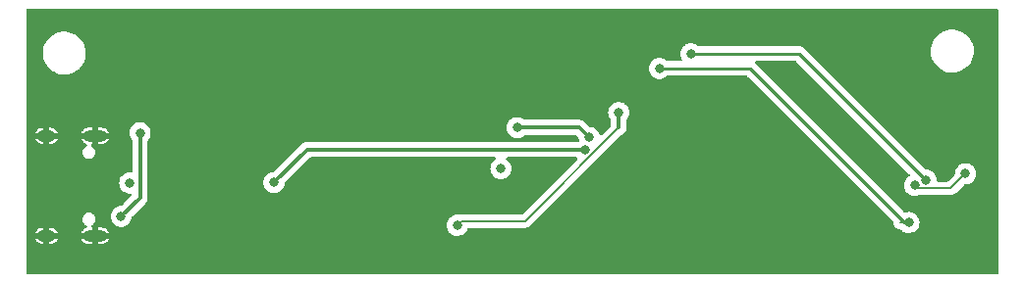
<source format=gbr>
%TF.GenerationSoftware,KiCad,Pcbnew,(7.0.0-0)*%
%TF.CreationDate,2023-12-09T12:43:24+01:00*%
%TF.ProjectId,USB 2.0 Hub,55534220-322e-4302-9048-75622e6b6963,v1.2*%
%TF.SameCoordinates,Original*%
%TF.FileFunction,Copper,L2,Bot*%
%TF.FilePolarity,Positive*%
%FSLAX46Y46*%
G04 Gerber Fmt 4.6, Leading zero omitted, Abs format (unit mm)*
G04 Created by KiCad (PCBNEW (7.0.0-0)) date 2023-12-09 12:43:24*
%MOMM*%
%LPD*%
G01*
G04 APERTURE LIST*
%TA.AperFunction,ComponentPad*%
%ADD10O,2.100000X1.000000*%
%TD*%
%TA.AperFunction,ComponentPad*%
%ADD11O,1.600000X1.000000*%
%TD*%
%TA.AperFunction,ViaPad*%
%ADD12C,0.800000*%
%TD*%
%TA.AperFunction,Conductor*%
%ADD13C,0.300000*%
%TD*%
%TA.AperFunction,Conductor*%
%ADD14C,0.150000*%
%TD*%
%TA.AperFunction,Conductor*%
%ADD15C,0.250000*%
%TD*%
G04 APERTURE END LIST*
D10*
%TO.P,J1,S1,SHIELD*%
%TO.N,GND*%
X-23074999Y8474999D03*
D11*
X-27254999Y8474999D03*
D10*
X-23074999Y-164999D03*
D11*
X-27254999Y-164999D03*
%TD*%
D12*
%TO.N,GND*%
X45630000Y4630000D03*
X20230000Y12230000D03*
X49430000Y10430000D03*
X4830000Y4230000D03*
X3630000Y-1970000D03*
X-13970000Y-2570000D03*
X30830000Y17430000D03*
X38430000Y7230000D03*
X53630000Y3030000D03*
X21830000Y1230000D03*
X19830000Y15630000D03*
X41030000Y8830000D03*
X-20370000Y-2370000D03*
X28830000Y9830000D03*
X32230000Y11430000D03*
X5630000Y13030000D03*
X23030000Y-2170000D03*
X40630000Y1230000D03*
X7830000Y8430000D03*
X36430000Y8030000D03*
X-25170000Y-2770000D03*
X19830000Y11030000D03*
X42230000Y14230000D03*
X-17970000Y5630000D03*
X23230000Y4830000D03*
X-21170000Y13230000D03*
X-22570000Y12230000D03*
X-11170000Y13230000D03*
X26630000Y4630000D03*
X21230000Y4830000D03*
X26030000Y9430000D03*
X-12770000Y4030000D03*
X27830000Y12630000D03*
X830000Y12830000D03*
X20030000Y17430000D03*
X37230000Y-770000D03*
X38630000Y11630000D03*
X-25370000Y3830000D03*
X40830000Y4630000D03*
X37030000Y3030000D03*
X-13570000Y11230000D03*
%TO.N,Net-(J1-CC2)*%
X-19189700Y8729700D03*
X-20817000Y1515000D03*
%TO.N,Net-(J2-CC2)*%
X47605000Y4194000D03*
X51982000Y5194000D03*
%TO.N,/D1+*%
X28307300Y15575000D03*
X48605000Y4626000D03*
%TO.N,/D1-*%
X25584900Y14305000D03*
X47108000Y980000D03*
%TO.N,/D+*%
X-20087300Y4404000D03*
%TO.N,/D3+*%
X22089200Y10495000D03*
X8155000Y730000D03*
%TO.N,/D4+*%
X13324500Y9188400D03*
X19544700Y8333700D03*
%TO.N,/D4-*%
X-7645000Y4446000D03*
X19211500Y7294300D03*
%TO.N,Net-(J4-CC1)*%
X11930000Y5638800D03*
%TD*%
D13*
%TO.N,Net-(J1-CC2)*%
X-19189700Y3142000D02*
X-20817000Y1515000D01*
X-19189700Y8729700D02*
X-19189700Y3142000D01*
D14*
%TO.N,Net-(J2-CC2)*%
X47605000Y4194000D02*
X47874000Y3926000D01*
X47874000Y3926000D02*
X50714000Y3926000D01*
X50714000Y3926000D02*
X51982000Y5194000D01*
D15*
%TO.N,/D1+*%
X37656000Y15575000D02*
X28307300Y15575000D01*
X48605000Y4626000D02*
X37656000Y15575000D01*
D14*
%TO.N,/D1-*%
X47108000Y980000D02*
X46732000Y980000D01*
X46732000Y980000D02*
X46359000Y980000D01*
D15*
X33407000Y14305000D02*
X25584900Y14305000D01*
X46732000Y980000D02*
X33407000Y14305000D01*
D14*
%TO.N,/D3+*%
X8539000Y1114000D02*
X14025300Y1114000D01*
D13*
X22089100Y9178100D02*
X22089200Y9178200D01*
X22089200Y9178200D02*
X22089200Y10495000D01*
D14*
X14025300Y1114000D02*
X22089100Y9178100D01*
X8155000Y730000D02*
X8539000Y1114000D01*
D13*
%TO.N,/D4+*%
X18690000Y9188400D02*
X19544700Y8333700D01*
X13324500Y9188400D02*
X18690000Y9188400D01*
%TO.N,/D4-*%
X-4797000Y7294300D02*
X-7645000Y4446000D01*
X19211500Y7294300D02*
X-4797000Y7294300D01*
%TD*%
%TA.AperFunction,Conductor*%
%TO.N,GND*%
G36*
X54741055Y19461442D02*
G01*
X54786442Y19416055D01*
X54803055Y19354055D01*
X54803055Y-3394055D01*
X54786442Y-3456055D01*
X54741055Y-3501442D01*
X54679055Y-3518055D01*
X-28894055Y-3518055D01*
X-28956055Y-3501442D01*
X-29001442Y-3456055D01*
X-29018055Y-3394055D01*
X-29018055Y-1810055D01*
X-18285945Y-1810055D01*
X-18285945Y-1812000D01*
X-18285945Y-1912104D01*
X-18285183Y-1916918D01*
X-18285182Y-1916924D01*
X-18268878Y-2019858D01*
X-18254625Y-2109848D01*
X-18253123Y-2114473D01*
X-18253121Y-2114478D01*
X-18194265Y-2295621D01*
X-18194262Y-2295628D01*
X-18192758Y-2300257D01*
X-18190551Y-2304589D01*
X-18190547Y-2304598D01*
X-18104075Y-2474308D01*
X-18104071Y-2474314D01*
X-18101865Y-2478644D01*
X-17984185Y-2640616D01*
X-17842616Y-2782185D01*
X-17680644Y-2899865D01*
X-17676311Y-2902072D01*
X-17676309Y-2902074D01*
X-17506599Y-2988546D01*
X-17506596Y-2988547D01*
X-17502257Y-2990758D01*
X-17311848Y-3052625D01*
X-17114104Y-3083945D01*
X-17028381Y-3083945D01*
X-17014000Y-3083945D01*
X-17012055Y-3083945D01*
X-17012055Y-3080055D01*
X-17014000Y-3080055D01*
X-17034360Y-3078452D01*
X-17034362Y-3078452D01*
X-17202641Y-3065208D01*
X-17221859Y-3062164D01*
X-17396362Y-3020270D01*
X-17414868Y-3014257D01*
X-17580671Y-2945578D01*
X-17598008Y-2936744D01*
X-17751022Y-2842977D01*
X-17766764Y-2831540D01*
X-17903230Y-2714987D01*
X-17916988Y-2701229D01*
X-18033541Y-2564763D01*
X-18044978Y-2549021D01*
X-18138745Y-2396007D01*
X-18147579Y-2378670D01*
X-18180059Y-2300257D01*
X-18216261Y-2212860D01*
X-18222269Y-2194368D01*
X-18264166Y-2019853D01*
X-18267209Y-2000640D01*
X-18282055Y-1812000D01*
X-18282055Y-1810055D01*
X-18285945Y-1810055D01*
X-29018055Y-1810055D01*
X-29018055Y-417498D01*
X-28211162Y-417498D01*
X-28211132Y-420813D01*
X-28210733Y-421877D01*
X-28138805Y-558926D01*
X-28130347Y-571180D01*
X-28027568Y-687192D01*
X-28016425Y-697064D01*
X-27888873Y-785107D01*
X-27875678Y-792032D01*
X-27730766Y-846990D01*
X-27716304Y-850555D01*
X-27601062Y-864548D01*
X-27593590Y-865000D01*
X-27521326Y-865000D01*
X-27508451Y-861549D01*
X-27505000Y-848674D01*
X-27005000Y-848674D01*
X-27001550Y-861549D01*
X-26988674Y-865000D01*
X-26916410Y-865000D01*
X-26908939Y-864548D01*
X-26793697Y-850555D01*
X-26779235Y-846990D01*
X-26634323Y-792032D01*
X-26621128Y-785107D01*
X-26493576Y-697064D01*
X-26482433Y-687192D01*
X-26379654Y-571180D01*
X-26371196Y-558926D01*
X-26299268Y-421877D01*
X-26298869Y-420813D01*
X-26298839Y-417498D01*
X-24281162Y-417498D01*
X-24281132Y-420813D01*
X-24280733Y-421877D01*
X-24208805Y-558926D01*
X-24200347Y-571180D01*
X-24097568Y-687192D01*
X-24086425Y-697064D01*
X-23958873Y-785107D01*
X-23945678Y-792032D01*
X-23800766Y-846990D01*
X-23786304Y-850555D01*
X-23671062Y-864548D01*
X-23663590Y-865000D01*
X-23341326Y-865000D01*
X-23328451Y-861549D01*
X-23325000Y-848674D01*
X-22825000Y-848674D01*
X-22821550Y-861549D01*
X-22808674Y-865000D01*
X-22486410Y-865000D01*
X-22478939Y-864548D01*
X-22363697Y-850555D01*
X-22349235Y-846990D01*
X-22204323Y-792032D01*
X-22191128Y-785107D01*
X-22063576Y-697064D01*
X-22052433Y-687192D01*
X-21949654Y-571180D01*
X-21941196Y-558926D01*
X-21869268Y-421877D01*
X-21868869Y-420813D01*
X-21868839Y-417498D01*
X-21879721Y-415000D01*
X-22808674Y-415000D01*
X-22821550Y-418450D01*
X-22825000Y-431326D01*
X-22825000Y-848674D01*
X-23325000Y-848674D01*
X-23325000Y-431326D01*
X-23328451Y-418450D01*
X-23341326Y-415000D01*
X-24270279Y-415000D01*
X-24281162Y-417498D01*
X-26298839Y-417498D01*
X-26309721Y-415000D01*
X-26988674Y-415000D01*
X-27001550Y-418450D01*
X-27005000Y-431326D01*
X-27005000Y-848674D01*
X-27505000Y-848674D01*
X-27505000Y-431326D01*
X-27508451Y-418450D01*
X-27521326Y-415000D01*
X-28200279Y-415000D01*
X-28211162Y-417498D01*
X-29018055Y-417498D01*
X-29018055Y87499D01*
X-28211162Y87499D01*
X-28200279Y85000D01*
X-27521326Y85000D01*
X-27508451Y88451D01*
X-27505000Y101326D01*
X-27005000Y101326D01*
X-27001550Y88451D01*
X-26988674Y85000D01*
X-26309721Y85000D01*
X-26298839Y87499D01*
X-24281162Y87499D01*
X-24270279Y85000D01*
X-23341326Y85000D01*
X-23328451Y88451D01*
X-23325000Y101326D01*
X-22825000Y101326D01*
X-22821550Y88451D01*
X-22808674Y85000D01*
X-21879721Y85000D01*
X-21868839Y87499D01*
X-21868869Y90814D01*
X-21869268Y91878D01*
X-21941196Y228927D01*
X-21949654Y241181D01*
X-22052433Y357193D01*
X-22063576Y367065D01*
X-22191128Y455108D01*
X-22204323Y462033D01*
X-22349235Y516991D01*
X-22363697Y520556D01*
X-22478939Y534549D01*
X-22486410Y535000D01*
X-22808674Y535000D01*
X-22821550Y531550D01*
X-22825000Y518674D01*
X-22825000Y101326D01*
X-23325000Y101326D01*
X-23325000Y518674D01*
X-23328789Y532814D01*
X-23341543Y545568D01*
X-23358825Y555246D01*
X-23391399Y606875D01*
X-23395391Y667790D01*
X-23369833Y723229D01*
X-23328651Y753982D01*
X-23329313Y755129D01*
X-23322277Y759192D01*
X-23314767Y762302D01*
X-23194549Y854549D01*
X-23102302Y974767D01*
X-23044313Y1114764D01*
X-23024534Y1265000D01*
X-23044313Y1415236D01*
X-23085637Y1515000D01*
X-21730504Y1515000D01*
X-21729825Y1508540D01*
X-21711222Y1331533D01*
X-21711221Y1331525D01*
X-21710542Y1325072D01*
X-21708537Y1318900D01*
X-21708535Y1318893D01*
X-21653535Y1149623D01*
X-21651527Y1143444D01*
X-21648280Y1137820D01*
X-21648279Y1137818D01*
X-21590647Y1037996D01*
X-21556040Y978056D01*
X-21428253Y836134D01*
X-21423003Y832320D01*
X-21423000Y832317D01*
X-21316760Y755129D01*
X-21273752Y723882D01*
X-21267819Y721241D01*
X-21267818Y721240D01*
X-21173588Y679286D01*
X-21099288Y646206D01*
X-21092930Y644855D01*
X-21092928Y644854D01*
X-21056126Y637032D01*
X-20912487Y606500D01*
X-20728016Y606500D01*
X-20721513Y606500D01*
X-20534712Y646206D01*
X-20360248Y723882D01*
X-20205747Y836134D01*
X-20077960Y978056D01*
X-19982473Y1143444D01*
X-19923458Y1325072D01*
X-19910182Y1451397D01*
X-19898780Y1491820D01*
X-19874540Y1526116D01*
X-18782193Y2618260D01*
X-18773563Y2626112D01*
X-18773218Y2626398D01*
X-18766620Y2630584D01*
X-18718090Y2682265D01*
X-18715419Y2685021D01*
X-18694813Y2705622D01*
X-18692025Y2709217D01*
X-18684445Y2718094D01*
X-18652728Y2751867D01*
X-18642342Y2770760D01*
X-18631655Y2787030D01*
X-18618427Y2804079D01*
X-18600019Y2846608D01*
X-18594890Y2857075D01*
X-18576338Y2890820D01*
X-18576338Y2890821D01*
X-18572576Y2897663D01*
X-18567212Y2918559D01*
X-18560912Y2936959D01*
X-18552337Y2956765D01*
X-18545085Y3002534D01*
X-18542724Y3013933D01*
X-18531200Y3058812D01*
X-18531200Y3080373D01*
X-18529672Y3099782D01*
X-18526295Y3121091D01*
X-18530651Y3167216D01*
X-18531200Y3178875D01*
X-18531200Y4446000D01*
X-8558504Y4446000D01*
X-8557825Y4439540D01*
X-8539222Y4262533D01*
X-8539221Y4262525D01*
X-8538542Y4256072D01*
X-8536537Y4249900D01*
X-8536535Y4249893D01*
X-8481535Y4080623D01*
X-8479527Y4074444D01*
X-8384040Y3909056D01*
X-8256253Y3767134D01*
X-8251003Y3763320D01*
X-8251000Y3763317D01*
X-8193192Y3721317D01*
X-8101752Y3654882D01*
X-8095819Y3652241D01*
X-8095818Y3652240D01*
X-8015994Y3616700D01*
X-7927288Y3577206D01*
X-7920930Y3575855D01*
X-7920928Y3575854D01*
X-7884126Y3568032D01*
X-7740487Y3537500D01*
X-7556016Y3537500D01*
X-7549513Y3537500D01*
X-7362712Y3577206D01*
X-7188248Y3654882D01*
X-7033747Y3767134D01*
X-6905960Y3909056D01*
X-6810473Y4074444D01*
X-6751458Y4256072D01*
X-6738166Y4382548D01*
X-6726767Y4422964D01*
X-6702533Y4457259D01*
X-4690503Y6469500D01*
X-4560540Y6599477D01*
X-4520310Y6626360D01*
X-4472854Y6635800D01*
X11374987Y6635800D01*
X11434724Y6620462D01*
X11479684Y6578243D01*
X11498742Y6519586D01*
X11487186Y6459004D01*
X11447873Y6411482D01*
X11324000Y6321484D01*
X11323991Y6321477D01*
X11318747Y6317666D01*
X11314403Y6312843D01*
X11314400Y6312839D01*
X11195307Y6180572D01*
X11190960Y6175744D01*
X11187714Y6170124D01*
X11187711Y6170118D01*
X11098721Y6015983D01*
X11098718Y6015978D01*
X11095473Y6010356D01*
X11093467Y6004184D01*
X11093465Y6004178D01*
X11038465Y5834908D01*
X11038463Y5834899D01*
X11036458Y5828728D01*
X11035780Y5822278D01*
X11035778Y5822268D01*
X11025589Y5725318D01*
X11016496Y5638800D01*
X11017175Y5632340D01*
X11035778Y5455333D01*
X11035779Y5455325D01*
X11036458Y5448872D01*
X11038463Y5442700D01*
X11038465Y5442693D01*
X11084817Y5300039D01*
X11095473Y5267244D01*
X11098720Y5261620D01*
X11098721Y5261618D01*
X11137760Y5194000D01*
X11190960Y5101856D01*
X11318747Y4959934D01*
X11323997Y4956120D01*
X11324000Y4956117D01*
X11433330Y4876684D01*
X11473248Y4847682D01*
X11479181Y4845041D01*
X11479182Y4845040D01*
X11554788Y4811378D01*
X11647712Y4770006D01*
X11654070Y4768655D01*
X11654072Y4768654D01*
X11690874Y4760832D01*
X11834513Y4730300D01*
X12018984Y4730300D01*
X12025487Y4730300D01*
X12212288Y4770006D01*
X12386752Y4847682D01*
X12541253Y4959934D01*
X12669040Y5101856D01*
X12764527Y5267244D01*
X12823542Y5448872D01*
X12843504Y5638800D01*
X12823542Y5828728D01*
X12764527Y6010356D01*
X12669040Y6175744D01*
X12541253Y6317666D01*
X12536003Y6321481D01*
X12535999Y6321484D01*
X12412127Y6411482D01*
X12372814Y6459004D01*
X12361258Y6519586D01*
X12380316Y6578243D01*
X12425276Y6620462D01*
X12485013Y6635800D01*
X18422360Y6635800D01*
X18478654Y6622285D01*
X18522678Y6584686D01*
X18544833Y6531199D01*
X18540292Y6473484D01*
X18510043Y6424122D01*
X13848850Y1762752D01*
X13819919Y1733820D01*
X13779690Y1706939D01*
X13732236Y1697500D01*
X8585371Y1697500D01*
X8569185Y1698561D01*
X8547059Y1701474D01*
X8539000Y1702535D01*
X8530941Y1701474D01*
X8411894Y1685801D01*
X8394737Y1683543D01*
X8394731Y1683542D01*
X8386676Y1682481D01*
X8369704Y1675451D01*
X8302200Y1647491D01*
X8250487Y1639987D01*
X8250487Y1638500D01*
X8059513Y1638500D01*
X8053154Y1637149D01*
X8053150Y1637148D01*
X7879072Y1600147D01*
X7879061Y1600144D01*
X7872712Y1598794D01*
X7866782Y1596155D01*
X7866773Y1596151D01*
X7704182Y1523761D01*
X7704174Y1523757D01*
X7698248Y1521118D01*
X7692999Y1517305D01*
X7692993Y1517301D01*
X7549000Y1412684D01*
X7548991Y1412677D01*
X7543747Y1408866D01*
X7539403Y1404043D01*
X7539400Y1404039D01*
X7462735Y1318893D01*
X7415960Y1266944D01*
X7412714Y1261324D01*
X7412711Y1261318D01*
X7323721Y1107183D01*
X7323718Y1107178D01*
X7320473Y1101556D01*
X7318467Y1095384D01*
X7318465Y1095378D01*
X7263465Y926108D01*
X7263463Y926099D01*
X7261458Y919928D01*
X7260780Y913478D01*
X7260778Y913468D01*
X7247160Y783893D01*
X7241496Y730000D01*
X7242175Y723540D01*
X7260778Y546533D01*
X7260779Y546525D01*
X7261458Y540072D01*
X7263463Y533900D01*
X7263465Y533893D01*
X7311591Y385780D01*
X7320473Y358444D01*
X7323720Y352820D01*
X7323721Y352818D01*
X7350773Y305962D01*
X7415960Y193056D01*
X7543747Y51134D01*
X7548997Y47320D01*
X7549000Y47317D01*
X7691863Y-56479D01*
X7698248Y-61118D01*
X7872712Y-138794D01*
X7879070Y-140145D01*
X7879072Y-140146D01*
X7915874Y-147968D01*
X8059513Y-178500D01*
X8243984Y-178500D01*
X8250487Y-178500D01*
X8437288Y-138794D01*
X8611752Y-61118D01*
X8766253Y51134D01*
X8894040Y193056D01*
X8989527Y358444D01*
X9017592Y444820D01*
X9043373Y489472D01*
X9085088Y519780D01*
X9135523Y530500D01*
X13978939Y530500D01*
X13995122Y529440D01*
X14025311Y525465D01*
X14089316Y533893D01*
X14100236Y535331D01*
X14119241Y537833D01*
X14177624Y545519D01*
X14177629Y545522D01*
X14177635Y545522D01*
X14269140Y583427D01*
X14319567Y604314D01*
X14319569Y604316D01*
X14319577Y604319D01*
X14381823Y652086D01*
X14441457Y697843D01*
X14460002Y722013D01*
X14470683Y734193D01*
X22263175Y8526975D01*
X22316264Y8558370D01*
X22352700Y8568955D01*
X22359419Y8572930D01*
X22360377Y8573344D01*
X22360852Y8573524D01*
X22362241Y8574150D01*
X22362847Y8574413D01*
X22364380Y8575225D01*
X22371804Y8577636D01*
X22430750Y8615046D01*
X22433984Y8617028D01*
X22495907Y8653647D01*
X22501431Y8659172D01*
X22501965Y8659586D01*
X22502687Y8660093D01*
X22504523Y8661565D01*
X22505403Y8662365D01*
X22505690Y8662603D01*
X22512280Y8666784D01*
X22560863Y8718523D01*
X22563481Y8721224D01*
X22584126Y8741867D01*
X22586660Y8745135D01*
X22586890Y8745430D01*
X22594485Y8754326D01*
X22626172Y8788067D01*
X22636580Y8807001D01*
X22647262Y8823261D01*
X22660504Y8840331D01*
X22678892Y8882826D01*
X22684019Y8893292D01*
X22706324Y8933863D01*
X22711696Y8954788D01*
X22718000Y8973199D01*
X22726579Y8993023D01*
X22733820Y9038748D01*
X22736190Y9050187D01*
X22747700Y9095012D01*
X22747700Y9116619D01*
X22749227Y9136017D01*
X22751385Y9149642D01*
X22751384Y9149642D01*
X22752606Y9157351D01*
X22748250Y9203431D01*
X22747700Y9215101D01*
X22747700Y9821008D01*
X22755936Y9865445D01*
X22779550Y9903980D01*
X22782002Y9906704D01*
X22828240Y9958056D01*
X22923727Y10123444D01*
X22982742Y10305072D01*
X23002704Y10495000D01*
X22982742Y10684928D01*
X22923727Y10866556D01*
X22828240Y11031944D01*
X22700453Y11173866D01*
X22695203Y11177681D01*
X22695199Y11177684D01*
X22551206Y11282301D01*
X22551204Y11282303D01*
X22545952Y11286118D01*
X22540021Y11288759D01*
X22540017Y11288761D01*
X22377426Y11361151D01*
X22377419Y11361154D01*
X22371488Y11363794D01*
X22365135Y11365145D01*
X22365127Y11365147D01*
X22191049Y11402148D01*
X22191046Y11402149D01*
X22184687Y11403500D01*
X21993713Y11403500D01*
X21987354Y11402149D01*
X21987350Y11402148D01*
X21813272Y11365147D01*
X21813261Y11365144D01*
X21806912Y11363794D01*
X21800982Y11361155D01*
X21800973Y11361151D01*
X21638382Y11288761D01*
X21638374Y11288757D01*
X21632448Y11286118D01*
X21627199Y11282305D01*
X21627193Y11282301D01*
X21483200Y11177684D01*
X21483191Y11177677D01*
X21477947Y11173866D01*
X21473603Y11169043D01*
X21473600Y11169039D01*
X21354507Y11036772D01*
X21350160Y11031944D01*
X21346914Y11026324D01*
X21346911Y11026318D01*
X21257921Y10872183D01*
X21257918Y10872178D01*
X21254673Y10866556D01*
X21252667Y10860384D01*
X21252665Y10860378D01*
X21197665Y10691108D01*
X21197663Y10691099D01*
X21195658Y10684928D01*
X21194980Y10678478D01*
X21194978Y10678468D01*
X21176978Y10507205D01*
X21175696Y10495000D01*
X21176375Y10488540D01*
X21194978Y10311533D01*
X21194979Y10311525D01*
X21195658Y10305072D01*
X21197663Y10298900D01*
X21197665Y10298893D01*
X21252665Y10129623D01*
X21254673Y10123444D01*
X21257920Y10117820D01*
X21257921Y10117818D01*
X21339972Y9975701D01*
X21350160Y9958056D01*
X21393565Y9909849D01*
X21398850Y9903980D01*
X21422464Y9865445D01*
X21430700Y9821008D01*
X21430700Y9396247D01*
X21421261Y9348795D01*
X21394383Y9308567D01*
X20623318Y8537475D01*
X20569295Y8505811D01*
X20506689Y8504581D01*
X20451464Y8534098D01*
X20417704Y8586837D01*
X20408207Y8616065D01*
X20379227Y8705256D01*
X20283740Y8870644D01*
X20155953Y9012566D01*
X20150703Y9016381D01*
X20150699Y9016384D01*
X20006706Y9121001D01*
X20006704Y9121003D01*
X20001452Y9124818D01*
X19995521Y9127459D01*
X19995517Y9127461D01*
X19832926Y9199851D01*
X19832919Y9199854D01*
X19826988Y9202494D01*
X19820635Y9203845D01*
X19820627Y9203847D01*
X19646549Y9240848D01*
X19646546Y9240849D01*
X19640187Y9242200D01*
X19633684Y9242200D01*
X19618822Y9242200D01*
X19571369Y9251639D01*
X19531141Y9278519D01*
X19213705Y9595955D01*
X19205842Y9604596D01*
X19205595Y9604895D01*
X19201416Y9611480D01*
X19149725Y9660021D01*
X19146928Y9662732D01*
X19129085Y9680575D01*
X19126333Y9683327D01*
X19122740Y9686114D01*
X19113878Y9693684D01*
X19080133Y9725372D01*
X19061194Y9735785D01*
X19044940Y9746462D01*
X19034033Y9754922D01*
X19027868Y9759704D01*
X18985377Y9778092D01*
X18974894Y9783228D01*
X18941174Y9801766D01*
X18941169Y9801768D01*
X18934337Y9805524D01*
X18926780Y9807465D01*
X18926776Y9807466D01*
X18913410Y9810898D01*
X18895006Y9817199D01*
X18882341Y9822680D01*
X18882336Y9822682D01*
X18875176Y9825780D01*
X18857480Y9828583D01*
X18829453Y9833022D01*
X18818018Y9835390D01*
X18798065Y9840513D01*
X18773188Y9846900D01*
X18765386Y9846900D01*
X18751580Y9846900D01*
X18732183Y9848427D01*
X18718557Y9850585D01*
X18710848Y9851806D01*
X18703081Y9851072D01*
X18703079Y9851072D01*
X18664765Y9847450D01*
X18653096Y9846900D01*
X14004075Y9846900D01*
X13965757Y9852969D01*
X13931189Y9870582D01*
X13786506Y9975701D01*
X13786504Y9975703D01*
X13781252Y9979518D01*
X13775321Y9982159D01*
X13775317Y9982161D01*
X13612726Y10054551D01*
X13612719Y10054554D01*
X13606788Y10057194D01*
X13600435Y10058545D01*
X13600427Y10058547D01*
X13426349Y10095548D01*
X13426346Y10095549D01*
X13419987Y10096900D01*
X13229013Y10096900D01*
X13222654Y10095549D01*
X13222650Y10095548D01*
X13048572Y10058547D01*
X13048561Y10058544D01*
X13042212Y10057194D01*
X13036282Y10054555D01*
X13036273Y10054551D01*
X12873682Y9982161D01*
X12873674Y9982157D01*
X12867748Y9979518D01*
X12862499Y9975705D01*
X12862493Y9975701D01*
X12718500Y9871084D01*
X12718491Y9871077D01*
X12713247Y9867266D01*
X12708903Y9862443D01*
X12708900Y9862439D01*
X12589807Y9730172D01*
X12585460Y9725344D01*
X12582214Y9719724D01*
X12582211Y9719718D01*
X12493221Y9565583D01*
X12493218Y9565578D01*
X12489973Y9559956D01*
X12487967Y9553784D01*
X12487965Y9553778D01*
X12432965Y9384508D01*
X12432963Y9384499D01*
X12430958Y9378328D01*
X12430280Y9371878D01*
X12430278Y9371868D01*
X12416508Y9240848D01*
X12410996Y9188400D01*
X12411675Y9181940D01*
X12430278Y9004933D01*
X12430279Y9004925D01*
X12430958Y8998472D01*
X12432963Y8992300D01*
X12432965Y8992293D01*
X12484343Y8834170D01*
X12489973Y8816844D01*
X12493220Y8811220D01*
X12493221Y8811218D01*
X12579623Y8661565D01*
X12585460Y8651456D01*
X12713247Y8509534D01*
X12718497Y8505720D01*
X12718500Y8505717D01*
X12861363Y8401921D01*
X12867748Y8397282D01*
X12873681Y8394641D01*
X12873682Y8394640D01*
X12985373Y8344912D01*
X13042212Y8319606D01*
X13048570Y8318255D01*
X13048572Y8318254D01*
X13084516Y8310614D01*
X13229013Y8279900D01*
X13413484Y8279900D01*
X13419987Y8279900D01*
X13606788Y8319606D01*
X13781252Y8397282D01*
X13931188Y8506218D01*
X13965757Y8523831D01*
X14004075Y8529900D01*
X18365878Y8529900D01*
X18413331Y8520461D01*
X18453556Y8493584D01*
X18602232Y8344909D01*
X18626469Y8310614D01*
X18637870Y8270192D01*
X18650478Y8150234D01*
X18650479Y8150227D01*
X18651158Y8143772D01*
X18653164Y8137598D01*
X18653165Y8137594D01*
X18658442Y8121354D01*
X18663831Y8070077D01*
X18647899Y8021041D01*
X18613400Y7982723D01*
X18604815Y7976485D01*
X18570246Y7958870D01*
X18531925Y7952800D01*
X-4714873Y7952800D01*
X-4726538Y7953350D01*
X-4726960Y7953390D01*
X-4734572Y7955091D01*
X-4742365Y7954846D01*
X-4742367Y7954846D01*
X-4805423Y7952861D01*
X-4809324Y7952800D01*
X-4838432Y7952800D01*
X-4842278Y7952315D01*
X-4842300Y7952313D01*
X-4842959Y7952229D01*
X-4854573Y7951315D01*
X-4893072Y7950103D01*
X-4893077Y7950103D01*
X-4900866Y7949857D01*
X-4908352Y7947683D01*
X-4908358Y7947681D01*
X-4921596Y7943834D01*
X-4940647Y7939888D01*
X-4954325Y7938160D01*
X-4954327Y7938160D01*
X-4962064Y7937182D01*
X-4969315Y7934312D01*
X-4969320Y7934310D01*
X-5005133Y7920131D01*
X-5016176Y7916350D01*
X-5053143Y7905608D01*
X-5053147Y7905607D01*
X-5060633Y7903431D01*
X-5067341Y7899464D01*
X-5067354Y7899458D01*
X-5079217Y7892441D01*
X-5096687Y7883882D01*
X-5109501Y7878809D01*
X-5109510Y7878805D01*
X-5116756Y7875935D01*
X-5154233Y7848707D01*
X-5163980Y7842304D01*
X-5197124Y7822701D01*
X-5197128Y7822699D01*
X-5203835Y7818731D01*
X-5209347Y7813220D01*
X-5209352Y7813215D01*
X-5219098Y7803468D01*
X-5233888Y7790835D01*
X-5245046Y7782728D01*
X-5245053Y7782722D01*
X-5251357Y7778141D01*
X-5256325Y7772137D01*
X-5256326Y7772135D01*
X-5280869Y7742467D01*
X-5288726Y7733832D01*
X-7631488Y5390823D01*
X-7671718Y5363940D01*
X-7719174Y5354500D01*
X-7740487Y5354500D01*
X-7746846Y5353149D01*
X-7746850Y5353148D01*
X-7920928Y5316147D01*
X-7920939Y5316144D01*
X-7927288Y5314794D01*
X-7933218Y5312155D01*
X-7933227Y5312151D01*
X-8095818Y5239761D01*
X-8095826Y5239757D01*
X-8101752Y5237118D01*
X-8107001Y5233305D01*
X-8107007Y5233301D01*
X-8251000Y5128684D01*
X-8251009Y5128677D01*
X-8256253Y5124866D01*
X-8260597Y5120043D01*
X-8260600Y5120039D01*
X-8376446Y4991378D01*
X-8384040Y4982944D01*
X-8387286Y4977324D01*
X-8387289Y4977318D01*
X-8476279Y4823183D01*
X-8476282Y4823178D01*
X-8479527Y4817556D01*
X-8481533Y4811384D01*
X-8481535Y4811378D01*
X-8536535Y4642108D01*
X-8536537Y4642099D01*
X-8538542Y4635928D01*
X-8539220Y4629478D01*
X-8539222Y4629468D01*
X-8550838Y4518939D01*
X-8558504Y4446000D01*
X-18531200Y4446000D01*
X-18531200Y8055708D01*
X-18522964Y8100145D01*
X-18499350Y8138680D01*
X-18488947Y8150234D01*
X-18450660Y8192756D01*
X-18355173Y8358144D01*
X-18296158Y8539772D01*
X-18276196Y8729700D01*
X-18296158Y8919628D01*
X-18355173Y9101256D01*
X-18450660Y9266644D01*
X-18578447Y9408566D01*
X-18583697Y9412381D01*
X-18583701Y9412384D01*
X-18727694Y9517001D01*
X-18727696Y9517003D01*
X-18732948Y9520818D01*
X-18738879Y9523459D01*
X-18738883Y9523461D01*
X-18901474Y9595851D01*
X-18901481Y9595854D01*
X-18907412Y9598494D01*
X-18913765Y9599845D01*
X-18913773Y9599847D01*
X-19087851Y9636848D01*
X-19087854Y9636849D01*
X-19094213Y9638200D01*
X-19285187Y9638200D01*
X-19291546Y9636849D01*
X-19291550Y9636848D01*
X-19465628Y9599847D01*
X-19465639Y9599844D01*
X-19471988Y9598494D01*
X-19477918Y9595855D01*
X-19477927Y9595851D01*
X-19640518Y9523461D01*
X-19640526Y9523457D01*
X-19646452Y9520818D01*
X-19651701Y9517005D01*
X-19651707Y9517001D01*
X-19795700Y9412384D01*
X-19795709Y9412377D01*
X-19800953Y9408566D01*
X-19805297Y9403743D01*
X-19805300Y9403739D01*
X-19918048Y9278519D01*
X-19928740Y9266644D01*
X-19931986Y9261024D01*
X-19931989Y9261018D01*
X-20020979Y9106883D01*
X-20020982Y9106878D01*
X-20024227Y9101256D01*
X-20026233Y9095084D01*
X-20026235Y9095078D01*
X-20081235Y8925808D01*
X-20081237Y8925799D01*
X-20083242Y8919628D01*
X-20083920Y8913178D01*
X-20083922Y8913168D01*
X-20097667Y8782380D01*
X-20103204Y8729700D01*
X-20102525Y8723240D01*
X-20083922Y8546233D01*
X-20083921Y8546225D01*
X-20083242Y8539772D01*
X-20081237Y8533600D01*
X-20081235Y8533593D01*
X-20026235Y8364323D01*
X-20024227Y8358144D01*
X-20020980Y8352520D01*
X-20020979Y8352518D01*
X-19937931Y8208674D01*
X-19928740Y8192756D01*
X-19890453Y8150234D01*
X-19880050Y8138680D01*
X-19856436Y8100145D01*
X-19848200Y8055708D01*
X-19848200Y5434438D01*
X-19867043Y5368727D01*
X-19917844Y5322986D01*
X-19985165Y5311118D01*
X-19985455Y5311149D01*
X-19991813Y5312500D01*
X-20182787Y5312500D01*
X-20189146Y5311149D01*
X-20189150Y5311148D01*
X-20363228Y5274147D01*
X-20363239Y5274144D01*
X-20369588Y5272794D01*
X-20375518Y5270155D01*
X-20375527Y5270151D01*
X-20538118Y5197761D01*
X-20538126Y5197757D01*
X-20544052Y5195118D01*
X-20549301Y5191305D01*
X-20549307Y5191301D01*
X-20693300Y5086684D01*
X-20693309Y5086677D01*
X-20698553Y5082866D01*
X-20702897Y5078043D01*
X-20702900Y5078039D01*
X-20812678Y4956117D01*
X-20826340Y4940944D01*
X-20829586Y4935324D01*
X-20829589Y4935318D01*
X-20918579Y4781183D01*
X-20918582Y4781178D01*
X-20921827Y4775556D01*
X-20923833Y4769384D01*
X-20923835Y4769378D01*
X-20978835Y4600108D01*
X-20978837Y4600099D01*
X-20980842Y4593928D01*
X-20981520Y4587478D01*
X-20981522Y4587468D01*
X-20998811Y4422964D01*
X-21000804Y4404000D01*
X-21000125Y4397540D01*
X-20981522Y4220533D01*
X-20981521Y4220525D01*
X-20980842Y4214072D01*
X-20978837Y4207900D01*
X-20978835Y4207893D01*
X-20935474Y4074444D01*
X-20921827Y4032444D01*
X-20918580Y4026820D01*
X-20918579Y4026818D01*
X-20905447Y4004072D01*
X-20826340Y3867056D01*
X-20698553Y3725134D01*
X-20693303Y3721320D01*
X-20693300Y3721317D01*
X-20598208Y3652229D01*
X-20544052Y3612882D01*
X-20538119Y3610241D01*
X-20538118Y3610240D01*
X-20377780Y3538853D01*
X-20369588Y3535206D01*
X-20363230Y3533855D01*
X-20363228Y3533854D01*
X-20326426Y3526032D01*
X-20182787Y3495500D01*
X-20176284Y3495500D01*
X-20066881Y3495500D01*
X-20010584Y3481984D01*
X-19966560Y3444382D01*
X-19944407Y3390891D01*
X-19948953Y3333173D01*
X-19979208Y3283812D01*
X-20637028Y2626112D01*
X-20803360Y2459811D01*
X-20843586Y2432937D01*
X-20891033Y2423500D01*
X-20912487Y2423500D01*
X-20918846Y2422149D01*
X-20918850Y2422148D01*
X-21092928Y2385147D01*
X-21092939Y2385144D01*
X-21099288Y2383794D01*
X-21105218Y2381155D01*
X-21105227Y2381151D01*
X-21267818Y2308761D01*
X-21267826Y2308757D01*
X-21273752Y2306118D01*
X-21279001Y2302305D01*
X-21279007Y2302301D01*
X-21423000Y2197684D01*
X-21423009Y2197677D01*
X-21428253Y2193866D01*
X-21432597Y2189043D01*
X-21432600Y2189039D01*
X-21551693Y2056772D01*
X-21556040Y2051944D01*
X-21559286Y2046324D01*
X-21559289Y2046318D01*
X-21648279Y1892183D01*
X-21648282Y1892178D01*
X-21651527Y1886556D01*
X-21653533Y1880384D01*
X-21653535Y1880378D01*
X-21708535Y1711108D01*
X-21708537Y1711099D01*
X-21710542Y1704928D01*
X-21711220Y1698478D01*
X-21711222Y1698468D01*
X-21727065Y1547724D01*
X-21730504Y1515000D01*
X-23085637Y1515000D01*
X-23102302Y1555233D01*
X-23107247Y1561678D01*
X-23107249Y1561681D01*
X-23181823Y1658866D01*
X-23194549Y1675451D01*
X-23200992Y1680395D01*
X-23308320Y1762752D01*
X-23308326Y1762755D01*
X-23314767Y1767698D01*
X-23322276Y1770809D01*
X-23322277Y1770809D01*
X-23447255Y1822577D01*
X-23447258Y1822578D01*
X-23454764Y1825687D01*
X-23462818Y1826748D01*
X-23462824Y1826749D01*
X-23563261Y1839971D01*
X-23563263Y1839972D01*
X-23567280Y1840500D01*
X-23642720Y1840500D01*
X-23646737Y1839972D01*
X-23646740Y1839971D01*
X-23747177Y1826749D01*
X-23747185Y1826748D01*
X-23755236Y1825687D01*
X-23762741Y1822579D01*
X-23762746Y1822577D01*
X-23887724Y1770809D01*
X-23887728Y1770807D01*
X-23895233Y1767698D01*
X-23901672Y1762758D01*
X-23901681Y1762752D01*
X-24009009Y1680395D01*
X-24009013Y1680392D01*
X-24015451Y1675451D01*
X-24020392Y1669013D01*
X-24020395Y1669009D01*
X-24102752Y1561681D01*
X-24102758Y1561672D01*
X-24107698Y1555233D01*
X-24110807Y1547728D01*
X-24110809Y1547724D01*
X-24162577Y1422746D01*
X-24162579Y1422741D01*
X-24165687Y1415236D01*
X-24166748Y1407185D01*
X-24166749Y1407177D01*
X-24178371Y1318893D01*
X-24185466Y1265000D01*
X-24184405Y1256941D01*
X-24166749Y1122824D01*
X-24166748Y1122818D01*
X-24165687Y1114764D01*
X-24162578Y1107258D01*
X-24162577Y1107255D01*
X-24111391Y983683D01*
X-24107698Y974767D01*
X-24102755Y968326D01*
X-24102752Y968320D01*
X-24020395Y860992D01*
X-24015451Y854549D01*
X-24009009Y849606D01*
X-23901681Y767249D01*
X-23901678Y767247D01*
X-23895233Y762302D01*
X-23887721Y759191D01*
X-23887722Y759191D01*
X-23829755Y735180D01*
X-23782432Y700580D01*
X-23756292Y648108D01*
X-23757177Y589492D01*
X-23784890Y537833D01*
X-23833235Y504677D01*
X-23945680Y462032D01*
X-23958873Y455108D01*
X-24086425Y367065D01*
X-24097568Y357193D01*
X-24200347Y241181D01*
X-24208805Y228927D01*
X-24280733Y91878D01*
X-24281132Y90814D01*
X-24281162Y87499D01*
X-26298839Y87499D01*
X-26298869Y90814D01*
X-26299268Y91878D01*
X-26371196Y228927D01*
X-26379654Y241181D01*
X-26482433Y357193D01*
X-26493576Y367065D01*
X-26621128Y455108D01*
X-26634323Y462033D01*
X-26779235Y516991D01*
X-26793697Y520556D01*
X-26908939Y534549D01*
X-26916410Y535000D01*
X-26988674Y535000D01*
X-27001550Y531550D01*
X-27005000Y518674D01*
X-27005000Y101326D01*
X-27505000Y101326D01*
X-27505000Y518674D01*
X-27508451Y531550D01*
X-27521326Y535000D01*
X-27593590Y535000D01*
X-27601062Y534549D01*
X-27716304Y520556D01*
X-27730766Y516991D01*
X-27875678Y462033D01*
X-27888873Y455108D01*
X-28016425Y367065D01*
X-28027568Y357193D01*
X-28130347Y241181D01*
X-28138805Y228927D01*
X-28210733Y91878D01*
X-28211132Y90814D01*
X-28211162Y87499D01*
X-29018055Y87499D01*
X-29018055Y8222502D01*
X-28211162Y8222502D01*
X-28211132Y8219187D01*
X-28210733Y8218123D01*
X-28138805Y8081074D01*
X-28130347Y8068820D01*
X-28027568Y7952808D01*
X-28016425Y7942936D01*
X-27888873Y7854893D01*
X-27875678Y7847968D01*
X-27730766Y7793010D01*
X-27716304Y7789445D01*
X-27601062Y7775452D01*
X-27593590Y7775000D01*
X-27521326Y7775000D01*
X-27508451Y7778451D01*
X-27505000Y7791326D01*
X-27005000Y7791326D01*
X-27001550Y7778451D01*
X-26988674Y7775000D01*
X-26916410Y7775000D01*
X-26908939Y7775452D01*
X-26793697Y7789445D01*
X-26779235Y7793010D01*
X-26634323Y7847968D01*
X-26621128Y7854893D01*
X-26493576Y7942936D01*
X-26482433Y7952808D01*
X-26379654Y8068820D01*
X-26371196Y8081074D01*
X-26299268Y8218123D01*
X-26298869Y8219187D01*
X-26298839Y8222502D01*
X-24281162Y8222502D01*
X-24281132Y8219187D01*
X-24280733Y8218123D01*
X-24208805Y8081074D01*
X-24200347Y8068820D01*
X-24097568Y7952808D01*
X-24086425Y7942936D01*
X-23958873Y7854893D01*
X-23945678Y7847968D01*
X-23833236Y7805324D01*
X-23784890Y7772169D01*
X-23757178Y7720510D01*
X-23756292Y7661894D01*
X-23782431Y7609422D01*
X-23829753Y7574821D01*
X-23887726Y7550808D01*
X-23887729Y7550807D01*
X-23895233Y7547698D01*
X-23901672Y7542758D01*
X-23901681Y7542752D01*
X-24009009Y7460395D01*
X-24009013Y7460392D01*
X-24015451Y7455451D01*
X-24020392Y7449013D01*
X-24020395Y7449009D01*
X-24102752Y7341681D01*
X-24102758Y7341672D01*
X-24107698Y7335233D01*
X-24110807Y7327728D01*
X-24110809Y7327724D01*
X-24162577Y7202746D01*
X-24162579Y7202741D01*
X-24165687Y7195236D01*
X-24166748Y7187185D01*
X-24166749Y7187177D01*
X-24184240Y7054317D01*
X-24185466Y7045000D01*
X-24184405Y7036941D01*
X-24166749Y6902824D01*
X-24166748Y6902818D01*
X-24165687Y6894764D01*
X-24107698Y6754767D01*
X-24102755Y6748326D01*
X-24102752Y6748320D01*
X-24020395Y6640992D01*
X-24015451Y6634549D01*
X-23991488Y6616162D01*
X-23901681Y6547249D01*
X-23901678Y6547247D01*
X-23895233Y6542302D01*
X-23755236Y6484313D01*
X-23642720Y6469500D01*
X-23571333Y6469500D01*
X-23567280Y6469500D01*
X-23454764Y6484313D01*
X-23314767Y6542302D01*
X-23194549Y6634549D01*
X-23102302Y6754767D01*
X-23044313Y6894764D01*
X-23024534Y7045000D01*
X-23044313Y7195236D01*
X-23102302Y7335233D01*
X-23107247Y7341678D01*
X-23107249Y7341681D01*
X-23189606Y7449009D01*
X-23194549Y7455451D01*
X-23200992Y7460395D01*
X-23308320Y7542752D01*
X-23308326Y7542755D01*
X-23314767Y7547698D01*
X-23322275Y7550808D01*
X-23329313Y7554871D01*
X-23328652Y7556017D01*
X-23369843Y7586785D01*
X-23395394Y7642225D01*
X-23391395Y7703139D01*
X-23358816Y7754763D01*
X-23341538Y7764438D01*
X-23328789Y7777187D01*
X-23325000Y7791326D01*
X-22825000Y7791326D01*
X-22821550Y7778451D01*
X-22808674Y7775000D01*
X-22486410Y7775000D01*
X-22478939Y7775452D01*
X-22363697Y7789445D01*
X-22349235Y7793010D01*
X-22204323Y7847968D01*
X-22191128Y7854893D01*
X-22063576Y7942936D01*
X-22052433Y7952808D01*
X-21949654Y8068820D01*
X-21941196Y8081074D01*
X-21869268Y8218123D01*
X-21868869Y8219187D01*
X-21868839Y8222502D01*
X-21879721Y8225000D01*
X-22808674Y8225000D01*
X-22821550Y8221550D01*
X-22825000Y8208674D01*
X-22825000Y7791326D01*
X-23325000Y7791326D01*
X-23325000Y8208674D01*
X-23328451Y8221550D01*
X-23341326Y8225000D01*
X-24270279Y8225000D01*
X-24281162Y8222502D01*
X-26298839Y8222502D01*
X-26309721Y8225000D01*
X-26988674Y8225000D01*
X-27001550Y8221550D01*
X-27005000Y8208674D01*
X-27005000Y7791326D01*
X-27505000Y7791326D01*
X-27505000Y8208674D01*
X-27508451Y8221550D01*
X-27521326Y8225000D01*
X-28200279Y8225000D01*
X-28211162Y8222502D01*
X-29018055Y8222502D01*
X-29018055Y8727499D01*
X-28211162Y8727499D01*
X-28200279Y8725000D01*
X-27521326Y8725000D01*
X-27508451Y8728451D01*
X-27505000Y8741326D01*
X-27005000Y8741326D01*
X-27001550Y8728451D01*
X-26988674Y8725000D01*
X-26309721Y8725000D01*
X-26298839Y8727499D01*
X-24281162Y8727499D01*
X-24270279Y8725000D01*
X-23341326Y8725000D01*
X-23328451Y8728451D01*
X-23325000Y8741326D01*
X-22825000Y8741326D01*
X-22821550Y8728451D01*
X-22808674Y8725000D01*
X-21879721Y8725000D01*
X-21868839Y8727499D01*
X-21868869Y8730814D01*
X-21869268Y8731878D01*
X-21941196Y8868927D01*
X-21949654Y8881181D01*
X-22052433Y8997193D01*
X-22063576Y9007065D01*
X-22191128Y9095108D01*
X-22204323Y9102033D01*
X-22349235Y9156991D01*
X-22363697Y9160556D01*
X-22478939Y9174549D01*
X-22486410Y9175000D01*
X-22808674Y9175000D01*
X-22821550Y9171550D01*
X-22825000Y9158674D01*
X-22825000Y8741326D01*
X-23325000Y8741326D01*
X-23325000Y9158674D01*
X-23328451Y9171550D01*
X-23341326Y9175000D01*
X-23663590Y9175000D01*
X-23671062Y9174549D01*
X-23786304Y9160556D01*
X-23800766Y9156991D01*
X-23945678Y9102033D01*
X-23958873Y9095108D01*
X-24086425Y9007065D01*
X-24097568Y8997193D01*
X-24200347Y8881181D01*
X-24208805Y8868927D01*
X-24280733Y8731878D01*
X-24281132Y8730814D01*
X-24281162Y8727499D01*
X-26298839Y8727499D01*
X-26298869Y8730814D01*
X-26299268Y8731878D01*
X-26371196Y8868927D01*
X-26379654Y8881181D01*
X-26482433Y8997193D01*
X-26493576Y9007065D01*
X-26621128Y9095108D01*
X-26634323Y9102033D01*
X-26779235Y9156991D01*
X-26793697Y9160556D01*
X-26908939Y9174549D01*
X-26916410Y9175000D01*
X-26988674Y9175000D01*
X-27001550Y9171550D01*
X-27005000Y9158674D01*
X-27005000Y8741326D01*
X-27505000Y8741326D01*
X-27505000Y9158674D01*
X-27508451Y9171550D01*
X-27521326Y9175000D01*
X-27593590Y9175000D01*
X-27601062Y9174549D01*
X-27716304Y9160556D01*
X-27730766Y9156991D01*
X-27875678Y9102033D01*
X-27888873Y9095108D01*
X-28016425Y9007065D01*
X-28027568Y8997193D01*
X-28130347Y8881181D01*
X-28138805Y8868927D01*
X-28210733Y8731878D01*
X-28211132Y8730814D01*
X-28211162Y8727499D01*
X-29018055Y8727499D01*
X-29018055Y15562235D01*
X-27574212Y15562235D01*
X-27573718Y15557738D01*
X-27573717Y15557733D01*
X-27545083Y15297494D01*
X-27545082Y15297487D01*
X-27544586Y15292982D01*
X-27543441Y15288602D01*
X-27543439Y15288592D01*
X-27511170Y15165162D01*
X-27476072Y15030912D01*
X-27474307Y15026758D01*
X-27474304Y15026750D01*
X-27371901Y14785777D01*
X-27370130Y14781610D01*
X-27367774Y14777749D01*
X-27367771Y14777744D01*
X-27231382Y14554263D01*
X-27229018Y14550390D01*
X-27055745Y14342180D01*
X-27052370Y14339156D01*
X-27052369Y14339155D01*
X-26880361Y14185035D01*
X-26854002Y14161418D01*
X-26628090Y14011956D01*
X-26382824Y13896980D01*
X-26123431Y13818940D01*
X-25855439Y13779500D01*
X-25654631Y13779500D01*
X-25652369Y13779500D01*
X-25449844Y13794323D01*
X-25185447Y13853220D01*
X-24932442Y13949986D01*
X-24696223Y14082559D01*
X-24481823Y14248112D01*
X-24426976Y14305000D01*
X24671396Y14305000D01*
X24672075Y14298540D01*
X24690678Y14121533D01*
X24690679Y14121525D01*
X24691358Y14115072D01*
X24693363Y14108900D01*
X24693365Y14108893D01*
X24738715Y13969323D01*
X24750373Y13933444D01*
X24753620Y13927820D01*
X24753621Y13927818D01*
X24830694Y13794323D01*
X24845860Y13768056D01*
X24973647Y13626134D01*
X24978897Y13622320D01*
X24978900Y13622317D01*
X25121763Y13518521D01*
X25128148Y13513882D01*
X25302612Y13436206D01*
X25308970Y13434855D01*
X25308972Y13434854D01*
X25345774Y13427032D01*
X25489413Y13396500D01*
X25673884Y13396500D01*
X25680387Y13396500D01*
X25867188Y13436206D01*
X26041652Y13513882D01*
X26196153Y13626134D01*
X26200500Y13630963D01*
X26205329Y13635310D01*
X26205878Y13634701D01*
X26241774Y13660780D01*
X26292209Y13671500D01*
X33093234Y13671500D01*
X33140687Y13662061D01*
X33180915Y13635181D01*
X45735207Y1080889D01*
X45762087Y1040661D01*
X45771526Y993208D01*
X45771526Y988059D01*
X45770465Y980000D01*
X45771526Y971941D01*
X45789457Y835736D01*
X45789458Y835730D01*
X45790519Y827676D01*
X45793628Y820170D01*
X45793629Y820167D01*
X45834291Y722002D01*
X45849314Y685733D01*
X45942843Y563843D01*
X46064733Y470314D01*
X46206676Y411519D01*
X46320756Y396500D01*
X46355671Y396500D01*
X46406106Y385780D01*
X46447820Y355473D01*
X46496747Y301134D01*
X46501997Y297320D01*
X46502000Y297317D01*
X46579265Y241181D01*
X46651248Y188882D01*
X46825712Y111206D01*
X46832070Y109855D01*
X46832072Y109854D01*
X46868874Y102032D01*
X47012513Y71500D01*
X47196984Y71500D01*
X47203487Y71500D01*
X47390288Y111206D01*
X47564752Y188882D01*
X47719253Y301134D01*
X47847040Y443056D01*
X47942527Y608444D01*
X48001542Y790072D01*
X48021504Y980000D01*
X48001542Y1169928D01*
X47942527Y1351556D01*
X47847040Y1516944D01*
X47719253Y1658866D01*
X47714003Y1662681D01*
X47713999Y1662684D01*
X47570006Y1767301D01*
X47570004Y1767303D01*
X47564752Y1771118D01*
X47558821Y1773759D01*
X47558817Y1773761D01*
X47396226Y1846151D01*
X47396219Y1846154D01*
X47390288Y1848794D01*
X47383935Y1850145D01*
X47383927Y1850147D01*
X47209849Y1887148D01*
X47209846Y1887149D01*
X47203487Y1888500D01*
X47012513Y1888500D01*
X47006154Y1887149D01*
X47006150Y1887148D01*
X46836640Y1851117D01*
X46775641Y1853513D01*
X46723178Y1884726D01*
X40337712Y8270192D01*
X33910695Y14697210D01*
X33903103Y14705552D01*
X33899000Y14712018D01*
X33882928Y14727110D01*
X33850883Y14776231D01*
X33844997Y14834586D01*
X33866588Y14889119D01*
X33910826Y14927629D01*
X33967814Y14941500D01*
X37342234Y14941500D01*
X37389687Y14932061D01*
X37429915Y14905181D01*
X47162426Y5172670D01*
X47191081Y5127908D01*
X47198363Y5075261D01*
X47182935Y5024401D01*
X47147631Y4984671D01*
X46999001Y4876684D01*
X46998996Y4876681D01*
X46993747Y4872866D01*
X46989403Y4868043D01*
X46989400Y4868039D01*
X46900566Y4769378D01*
X46865960Y4730944D01*
X46862714Y4725324D01*
X46862711Y4725318D01*
X46773721Y4571183D01*
X46773718Y4571178D01*
X46770473Y4565556D01*
X46768467Y4559384D01*
X46768465Y4559378D01*
X46713465Y4390108D01*
X46713463Y4390099D01*
X46711458Y4383928D01*
X46710780Y4377478D01*
X46710778Y4377468D01*
X46694285Y4220533D01*
X46691496Y4194000D01*
X46692175Y4187540D01*
X46710778Y4010533D01*
X46710779Y4010525D01*
X46711458Y4004072D01*
X46713463Y3997900D01*
X46713465Y3997893D01*
X46757546Y3862229D01*
X46770473Y3822444D01*
X46773720Y3816820D01*
X46773721Y3816818D01*
X46823867Y3729962D01*
X46865960Y3657056D01*
X46993747Y3515134D01*
X46998997Y3511320D01*
X46999000Y3511317D01*
X47131851Y3414795D01*
X47148248Y3402882D01*
X47154181Y3400241D01*
X47154182Y3400240D01*
X47307948Y3331779D01*
X47322712Y3325206D01*
X47329070Y3323855D01*
X47329072Y3323854D01*
X47365874Y3316032D01*
X47509513Y3285500D01*
X47693984Y3285500D01*
X47700487Y3285500D01*
X47887288Y3325206D01*
X47902051Y3331780D01*
X47952488Y3342500D01*
X50667629Y3342500D01*
X50683814Y3341440D01*
X50714000Y3337465D01*
X50866324Y3357519D01*
X51008267Y3416314D01*
X51098432Y3485500D01*
X51130157Y3509843D01*
X51148697Y3534007D01*
X51159382Y3546191D01*
X51862374Y4249181D01*
X51902603Y4276061D01*
X51950056Y4285500D01*
X52070984Y4285500D01*
X52077487Y4285500D01*
X52264288Y4325206D01*
X52438752Y4402882D01*
X52593253Y4515134D01*
X52721040Y4657056D01*
X52816527Y4822444D01*
X52875542Y5004072D01*
X52895504Y5194000D01*
X52875542Y5383928D01*
X52816527Y5565556D01*
X52721040Y5730944D01*
X52593253Y5872866D01*
X52588003Y5876681D01*
X52587999Y5876684D01*
X52444006Y5981301D01*
X52444004Y5981303D01*
X52438752Y5985118D01*
X52432821Y5987759D01*
X52432817Y5987761D01*
X52270226Y6060151D01*
X52270219Y6060154D01*
X52264288Y6062794D01*
X52257935Y6064145D01*
X52257927Y6064147D01*
X52083849Y6101148D01*
X52083846Y6101149D01*
X52077487Y6102500D01*
X51886513Y6102500D01*
X51880154Y6101149D01*
X51880150Y6101148D01*
X51706072Y6064147D01*
X51706061Y6064144D01*
X51699712Y6062794D01*
X51693782Y6060155D01*
X51693773Y6060151D01*
X51531182Y5987761D01*
X51531174Y5987757D01*
X51525248Y5985118D01*
X51519999Y5981305D01*
X51519993Y5981301D01*
X51376000Y5876684D01*
X51375991Y5876677D01*
X51370747Y5872866D01*
X51366403Y5868043D01*
X51366400Y5868039D01*
X51325188Y5822268D01*
X51242960Y5730944D01*
X51239714Y5725324D01*
X51239711Y5725318D01*
X51150721Y5571183D01*
X51150718Y5571178D01*
X51147473Y5565556D01*
X51145467Y5559384D01*
X51145465Y5559378D01*
X51090465Y5390108D01*
X51090463Y5390099D01*
X51088458Y5383928D01*
X51087780Y5377478D01*
X51087778Y5377468D01*
X51069778Y5206205D01*
X51068496Y5194000D01*
X51069175Y5187540D01*
X51069175Y5187535D01*
X51070712Y5172906D01*
X51064278Y5118555D01*
X51035072Y5072268D01*
X50508626Y4545819D01*
X50468398Y4518939D01*
X50420945Y4509500D01*
X49641825Y4509500D01*
X49579825Y4526113D01*
X49534438Y4571500D01*
X49519798Y4626137D01*
X49518504Y4626000D01*
X49499221Y4809468D01*
X49499220Y4809469D01*
X49498542Y4815928D01*
X49439527Y4997556D01*
X49344040Y5162944D01*
X49216253Y5304866D01*
X49211003Y5308681D01*
X49210999Y5308684D01*
X49067006Y5413301D01*
X49067004Y5413303D01*
X49061752Y5417118D01*
X49055821Y5419759D01*
X49055817Y5419761D01*
X48893226Y5492151D01*
X48893219Y5492154D01*
X48887288Y5494794D01*
X48880935Y5496145D01*
X48880927Y5496147D01*
X48706849Y5533148D01*
X48706846Y5533149D01*
X48700487Y5534500D01*
X48693984Y5534500D01*
X48643767Y5534500D01*
X48596314Y5543939D01*
X48556086Y5570819D01*
X38389670Y15737235D01*
X49000788Y15737235D01*
X49001282Y15732738D01*
X49001283Y15732733D01*
X49029917Y15472494D01*
X49029918Y15472487D01*
X49030414Y15467982D01*
X49031559Y15463602D01*
X49031561Y15463592D01*
X49094605Y15222446D01*
X49098928Y15205912D01*
X49100693Y15201758D01*
X49100696Y15201750D01*
X49197187Y14974690D01*
X49204870Y14956610D01*
X49207226Y14952749D01*
X49207229Y14952744D01*
X49343618Y14729263D01*
X49345982Y14725390D01*
X49381939Y14682183D01*
X49491617Y14550390D01*
X49519255Y14517180D01*
X49522630Y14514156D01*
X49522631Y14514155D01*
X49627330Y14420344D01*
X49720998Y14336418D01*
X49946910Y14186956D01*
X50192176Y14071980D01*
X50451569Y13993940D01*
X50719561Y13954500D01*
X50920369Y13954500D01*
X50922631Y13954500D01*
X51125156Y13969323D01*
X51389553Y14028220D01*
X51642558Y14124986D01*
X51878777Y14257559D01*
X52093177Y14423112D01*
X52281186Y14618119D01*
X52438799Y14838421D01*
X52562656Y15079325D01*
X52650118Y15335695D01*
X52699319Y15602067D01*
X52709212Y15872765D01*
X52679586Y16142018D01*
X52611072Y16404088D01*
X52505130Y16653390D01*
X52364018Y16884610D01*
X52190745Y17092820D01*
X52085759Y17186888D01*
X51992382Y17270554D01*
X51992378Y17270558D01*
X51989002Y17273582D01*
X51763090Y17423044D01*
X51758996Y17424964D01*
X51758991Y17424966D01*
X51521929Y17536096D01*
X51521925Y17536098D01*
X51517824Y17538020D01*
X51513477Y17539328D01*
X51513474Y17539329D01*
X51262772Y17614754D01*
X51262771Y17614755D01*
X51258431Y17616060D01*
X51253957Y17616719D01*
X51253950Y17616720D01*
X50994913Y17654842D01*
X50994907Y17654843D01*
X50990439Y17655500D01*
X50787369Y17655500D01*
X50785120Y17655336D01*
X50785109Y17655335D01*
X50589363Y17641008D01*
X50589359Y17641008D01*
X50584844Y17640677D01*
X50580426Y17639693D01*
X50580420Y17639692D01*
X50324877Y17582768D01*
X50324861Y17582764D01*
X50320447Y17581780D01*
X50316216Y17580162D01*
X50316210Y17580160D01*
X50071673Y17486633D01*
X50071663Y17486629D01*
X50067442Y17485014D01*
X50063494Y17482799D01*
X50063489Y17482796D01*
X49835176Y17354660D01*
X49835171Y17354657D01*
X49831223Y17352441D01*
X49827639Y17349675D01*
X49827635Y17349671D01*
X49620407Y17189657D01*
X49620394Y17189646D01*
X49616823Y17186888D01*
X49613685Y17183634D01*
X49613678Y17183627D01*
X49431958Y16995143D01*
X49431952Y16995136D01*
X49428814Y16991881D01*
X49426189Y16988213D01*
X49426179Y16988200D01*
X49273834Y16775260D01*
X49273830Y16775255D01*
X49271201Y16771579D01*
X49269132Y16767556D01*
X49269129Y16767550D01*
X49149416Y16534707D01*
X49149411Y16534696D01*
X49147344Y16530675D01*
X49145884Y16526398D01*
X49145879Y16526384D01*
X49061348Y16278605D01*
X49061344Y16278593D01*
X49059882Y16274305D01*
X49059057Y16269841D01*
X49059057Y16269839D01*
X49011504Y16012394D01*
X49011502Y16012381D01*
X49010681Y16007933D01*
X49010515Y16003407D01*
X49010515Y16003401D01*
X49002026Y15771108D01*
X49000788Y15737235D01*
X38389670Y15737235D01*
X38159695Y15967210D01*
X38152103Y15975552D01*
X38148000Y15982018D01*
X38098316Y16028674D01*
X38095550Y16031355D01*
X38078527Y16048378D01*
X38075770Y16051135D01*
X38072486Y16053683D01*
X38063624Y16061254D01*
X38037009Y16086246D01*
X38037003Y16086251D01*
X38031321Y16091586D01*
X38024488Y16095342D01*
X38024482Y16095347D01*
X38013429Y16101424D01*
X37997174Y16112101D01*
X37987209Y16119830D01*
X37987206Y16119832D01*
X37981041Y16124614D01*
X37940376Y16142211D01*
X37929884Y16147351D01*
X37897896Y16164937D01*
X37897894Y16164938D01*
X37891060Y16168695D01*
X37871284Y16173773D01*
X37852881Y16180074D01*
X37841309Y16185082D01*
X37841301Y16185085D01*
X37834145Y16188181D01*
X37826440Y16189402D01*
X37826438Y16189402D01*
X37790381Y16195113D01*
X37778955Y16197479D01*
X37736030Y16208500D01*
X37728228Y16208500D01*
X37715615Y16208500D01*
X37696217Y16210027D01*
X37683766Y16211999D01*
X37676057Y16213220D01*
X37668291Y16212486D01*
X37668288Y16212486D01*
X37631942Y16209050D01*
X37620273Y16208500D01*
X29014609Y16208500D01*
X28964174Y16219220D01*
X28928278Y16245300D01*
X28927729Y16244690D01*
X28922898Y16249040D01*
X28918553Y16253866D01*
X28913303Y16257681D01*
X28913299Y16257684D01*
X28769306Y16362301D01*
X28769304Y16362303D01*
X28764052Y16366118D01*
X28758121Y16368759D01*
X28758117Y16368761D01*
X28595526Y16441151D01*
X28595519Y16441154D01*
X28589588Y16443794D01*
X28583235Y16445145D01*
X28583227Y16445147D01*
X28409149Y16482148D01*
X28409146Y16482149D01*
X28402787Y16483500D01*
X28211813Y16483500D01*
X28205454Y16482149D01*
X28205450Y16482148D01*
X28031372Y16445147D01*
X28031361Y16445144D01*
X28025012Y16443794D01*
X28019082Y16441155D01*
X28019073Y16441151D01*
X27856482Y16368761D01*
X27856474Y16368757D01*
X27850548Y16366118D01*
X27845299Y16362305D01*
X27845293Y16362301D01*
X27701300Y16257684D01*
X27701291Y16257677D01*
X27696047Y16253866D01*
X27691703Y16249043D01*
X27691700Y16249039D01*
X27572607Y16116772D01*
X27568260Y16111944D01*
X27565014Y16106324D01*
X27565011Y16106318D01*
X27476021Y15952183D01*
X27476018Y15952178D01*
X27472773Y15946556D01*
X27470767Y15940384D01*
X27470765Y15940378D01*
X27415765Y15771108D01*
X27415763Y15771099D01*
X27413758Y15764928D01*
X27413080Y15758478D01*
X27413078Y15758468D01*
X27406223Y15693238D01*
X27393796Y15575000D01*
X27394475Y15568540D01*
X27413078Y15391533D01*
X27413079Y15391525D01*
X27413758Y15385072D01*
X27415763Y15378900D01*
X27415765Y15378893D01*
X27469945Y15212148D01*
X27472773Y15203444D01*
X27476020Y15197820D01*
X27476021Y15197818D01*
X27518351Y15124500D01*
X27534964Y15062500D01*
X27518351Y15000500D01*
X27472964Y14955113D01*
X27410964Y14938500D01*
X26292209Y14938500D01*
X26241774Y14949220D01*
X26205878Y14975300D01*
X26205329Y14974690D01*
X26200498Y14979040D01*
X26196153Y14983866D01*
X26190903Y14987681D01*
X26190899Y14987684D01*
X26046906Y15092301D01*
X26046904Y15092303D01*
X26041652Y15096118D01*
X26035721Y15098759D01*
X26035717Y15098761D01*
X25873126Y15171151D01*
X25873119Y15171154D01*
X25867188Y15173794D01*
X25860835Y15175145D01*
X25860827Y15175147D01*
X25686749Y15212148D01*
X25686746Y15212149D01*
X25680387Y15213500D01*
X25489413Y15213500D01*
X25483054Y15212149D01*
X25483050Y15212148D01*
X25308972Y15175147D01*
X25308961Y15175144D01*
X25302612Y15173794D01*
X25296682Y15171155D01*
X25296673Y15171151D01*
X25134082Y15098761D01*
X25134074Y15098757D01*
X25128148Y15096118D01*
X25122899Y15092305D01*
X25122893Y15092301D01*
X24978900Y14987684D01*
X24978891Y14987677D01*
X24973647Y14983866D01*
X24969303Y14979043D01*
X24969300Y14979039D01*
X24875203Y14874533D01*
X24845860Y14841944D01*
X24842614Y14836324D01*
X24842611Y14836318D01*
X24753621Y14682183D01*
X24753618Y14682178D01*
X24750373Y14676556D01*
X24748367Y14670384D01*
X24748365Y14670378D01*
X24693365Y14501108D01*
X24693363Y14501099D01*
X24691358Y14494928D01*
X24690680Y14488478D01*
X24690678Y14488468D01*
X24675670Y14345667D01*
X24671396Y14305000D01*
X-24426976Y14305000D01*
X-24293814Y14443119D01*
X-24136201Y14663421D01*
X-24012344Y14904325D01*
X-23924882Y15160695D01*
X-23875681Y15427067D01*
X-23865788Y15697765D01*
X-23895414Y15967018D01*
X-23963928Y16229088D01*
X-23974458Y16253866D01*
X-24019435Y16359707D01*
X-24069870Y16478390D01*
X-24210982Y16709610D01*
X-24384255Y16917820D01*
X-24489241Y17011888D01*
X-24582618Y17095554D01*
X-24582622Y17095558D01*
X-24585998Y17098582D01*
X-24811910Y17248044D01*
X-24816004Y17249964D01*
X-24816009Y17249966D01*
X-25053071Y17361096D01*
X-25053075Y17361098D01*
X-25057176Y17363020D01*
X-25061523Y17364328D01*
X-25061526Y17364329D01*
X-25312228Y17439754D01*
X-25312229Y17439755D01*
X-25316569Y17441060D01*
X-25321043Y17441719D01*
X-25321050Y17441720D01*
X-25580087Y17479842D01*
X-25580093Y17479843D01*
X-25584561Y17480500D01*
X-25787631Y17480500D01*
X-25789880Y17480336D01*
X-25789891Y17480335D01*
X-25985637Y17466008D01*
X-25985641Y17466008D01*
X-25990156Y17465677D01*
X-25994574Y17464693D01*
X-25994580Y17464692D01*
X-26250123Y17407768D01*
X-26250139Y17407764D01*
X-26254553Y17406780D01*
X-26258784Y17405162D01*
X-26258790Y17405160D01*
X-26503327Y17311633D01*
X-26503337Y17311629D01*
X-26507558Y17310014D01*
X-26511506Y17307799D01*
X-26511511Y17307796D01*
X-26739824Y17179660D01*
X-26739829Y17179657D01*
X-26743777Y17177441D01*
X-26747361Y17174675D01*
X-26747365Y17174671D01*
X-26954593Y17014657D01*
X-26954606Y17014646D01*
X-26958177Y17011888D01*
X-26961315Y17008634D01*
X-26961322Y17008627D01*
X-27143042Y16820143D01*
X-27143048Y16820136D01*
X-27146186Y16816881D01*
X-27148811Y16813213D01*
X-27148821Y16813200D01*
X-27301166Y16600260D01*
X-27301170Y16600255D01*
X-27303799Y16596579D01*
X-27305868Y16592556D01*
X-27305871Y16592550D01*
X-27425584Y16359707D01*
X-27425589Y16359696D01*
X-27427656Y16355675D01*
X-27429116Y16351398D01*
X-27429121Y16351384D01*
X-27513652Y16103605D01*
X-27513656Y16103593D01*
X-27515118Y16099305D01*
X-27515943Y16094841D01*
X-27515943Y16094839D01*
X-27563496Y15837394D01*
X-27563498Y15837381D01*
X-27564319Y15832933D01*
X-27564485Y15828407D01*
X-27564485Y15828401D01*
X-27573745Y15575000D01*
X-27574212Y15562235D01*
X-29018055Y15562235D01*
X-29018055Y19354055D01*
X-29001442Y19416055D01*
X-28956055Y19461442D01*
X-28894055Y19478055D01*
X54679055Y19478055D01*
X54741055Y19461442D01*
G37*
%TD.AperFunction*%
%TD*%
M02*

</source>
